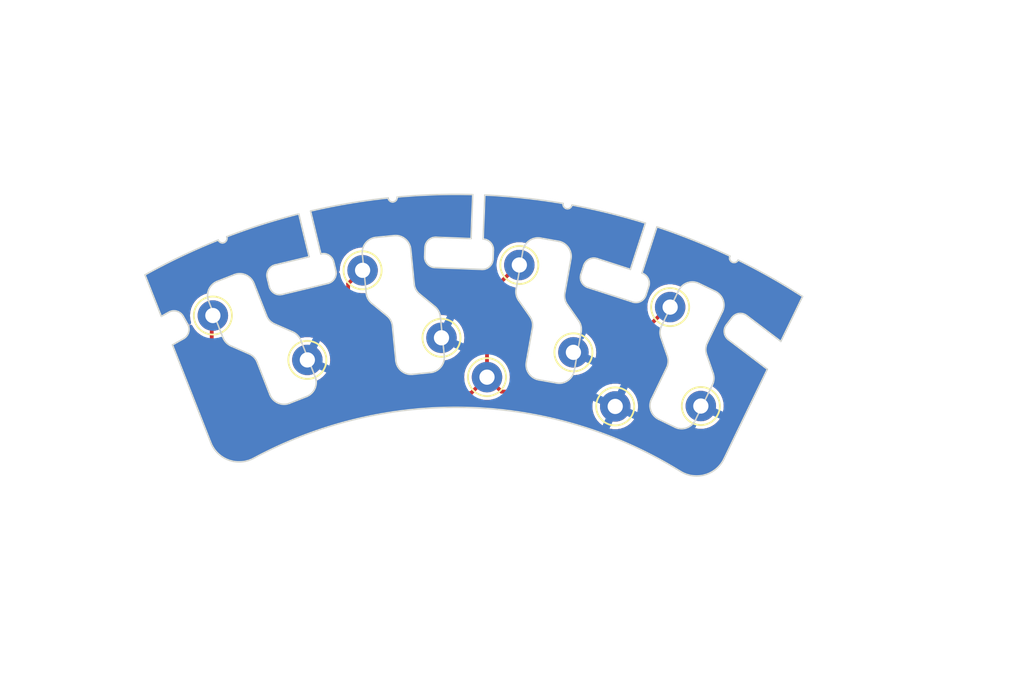
<source format=kicad_pcb>
(kicad_pcb (version 20221018) (generator pcbnew)
  (layers (0 "F.Cu" signal) (31 "B.Cu" signal) (34 "B.Paste" user) (35 "F.Paste" user) (36 "B.SilkS" user "B.Silkscreen") (37 "F.SilkS" user "F.Silkscreen") (38 "B.Mask" user) (39 "F.Mask" user) (44 "Edge.Cuts" user))
  (net 0 "")
  (net 1 "Net-(J1-Pin_1)")
  (net 2 "GND")
  (footprint "Connector_Pin:Pin_D1.0mm_L10.0mm" (layer "F.Cu") (at 98.7249 59.225 21)
    (fp_text reference "J3" hide)
    (fp_text value "Conn_01x01" hide)
    (fp_circle (center 0 0) (end 1.25 0.05) (stroke (width 0.12)) (fill none) (layer "F.SilkS"))
    (pad "1" thru_hole circle (at 0 0 21) (size 2 2) (drill 1) (layers "*.Cu" "*.Mask") (net 1 "Net-(J1-Pin_1)"))
  )
  (footprint "Connector_Pin:Pin_D1.0mm_L10.0mm" (layer "F.Cu") (at 103.9092 63.6618 21)
    (fp_text reference "J4" hide)
    (fp_text value "Conn_01x01" hide)
    (fp_circle (center 0 0) (end 1.25 0.05) (stroke (width 0.12)) (fill none) (layer "F.SilkS"))
    (pad "1" thru_hole circle (at 0 0 21) (size 2 2) (drill 1) (layers "*.Cu" "*.Mask") (net 2 "GND"))
  )
  (footprint "Connector_Pin:Pin_D1.0mm_L10.0mm" (layer "F.Cu") (at 115.325 68.175 21)
    (fp_text reference "J8" hide)
    (fp_text value "Conn_01x01" hide)
    (fp_circle (center 0 0) (end 1.25 0.05) (stroke (width 0.12)) (fill none) (layer "F.SilkS"))
    (pad "1" thru_hole circle (at 0 0 21) (size 2 2) (drill 1) (layers "*.Cu" "*.Mask") (net 2 "GND"))
  )
  (footprint "Connector_Pin:Pin_D1.0mm_L10.0mm" (layer "F.Cu") (at 88.8869 62.1981 21)
    (fp_text reference "J1" hide)
    (fp_text value "Conn_01x01" hide)
    (fp_circle (center 0 0) (end 1.25 0.05) (stroke (width 0.12)) (fill none) (layer "F.SilkS"))
    (pad "1" thru_hole circle (at 0 0 21) (size 2 2) (drill 1) (layers "*.Cu" "*.Mask") (net 1 "Net-(J1-Pin_1)"))
  )
  (footprint "Connector_Pin:Pin_D1.0mm_L10.0mm" (layer "F.Cu") (at 106.9 66.25 21)
    (fp_text reference "J5" hide)
    (fp_text value "Conn_01x01" hide)
    (fp_circle (center 0 0) (end 1.25 0.05) (stroke (width 0.12)) (fill none) (layer "F.SilkS"))
    (pad "1" thru_hole circle (at 0 0 21) (size 2 2) (drill 1) (layers "*.Cu" "*.Mask") (net 1 "Net-(J1-Pin_1)"))
  )
  (footprint "Connector_Pin:Pin_D1.0mm_L10.0mm" (layer "F.Cu") (at 118.9338 61.6434 21)
    (fp_text reference "J9" hide)
    (fp_text value "Conn_01x01" hide)
    (fp_circle (center 0 0) (end 1.25 0.05) (stroke (width 0.12)) (fill none) (layer "F.SilkS"))
    (pad "1" thru_hole circle (at 0 0 21) (size 2 2) (drill 1) (layers "*.Cu" "*.Mask") (net 1 "Net-(J1-Pin_1)"))
  )
  (footprint "Connector_Pin:Pin_D1.0mm_L10.0mm" (layer "F.Cu") (at 120.95 68.15 21)
    (fp_text reference "J10" hide)
    (fp_text value "Conn_01x01" hide)
    (fp_circle (center 0 0) (end 1.25 0.05) (stroke (width 0.12)) (fill none) (layer "F.SilkS"))
    (pad "1" thru_hole circle (at 0 0 21) (size 2 2) (drill 1) (layers "*.Cu" "*.Mask") (net 2 "GND"))
  )
  (footprint "Connector_Pin:Pin_D1.0mm_L10.0mm" (layer "F.Cu") (at 112.578 64.6188 21)
    (fp_text reference "J7" hide)
    (fp_text value "Conn_01x01" hide)
    (fp_circle (center 0 0) (end 1.25 0.05) (stroke (width 0.12)) (fill none) (layer "F.SilkS"))
    (pad "1" thru_hole circle (at 0 0 21) (size 2 2) (drill 1) (layers "*.Cu" "*.Mask") (net 2 "GND"))
  )
  (footprint "Connector_Pin:Pin_D1.0mm_L10.0mm" (layer "F.Cu") (at 95.0953 65.1171 21)
    (fp_text reference "J2" hide)
    (fp_text value "Conn_01x01" hide)
    (fp_circle (center 0 0) (end 1.25 0.05) (stroke (width 0.12)) (fill none) (layer "F.SilkS"))
    (pad "1" thru_hole circle (at 0 0 21) (size 2 2) (drill 1) (layers "*.Cu" "*.Mask") (net 2 "GND"))
  )
  (footprint "Connector_Pin:Pin_D1.0mm_L10.0mm" (layer "F.Cu") (at 109.025 58.875 21)
    (fp_text reference "J6" hide)
    (fp_text value "Conn_01x01" hide)
    (fp_circle (center 0 0) (end 1.25 0.05) (stroke (width 0.12)) (fill none) (layer "F.SilkS"))
    (pad "1" thru_hole circle (at 0 0 21) (size 2 2) (drill 1) (layers "*.Cu" "*.Mask") (net 1 "Net-(J1-Pin_1)"))
  )
  (gr_line (start 99.322711 61.400147) (end 100.32266 62.219705) (stroke (width 0.1)) (layer "Edge.Cuts"))
  (gr_line (start 85.812627 62.074562) (end 85.814606 62.073452) (stroke (width 0.1)) (layer "Edge.Cuts"))
  (gr_arc (start 120.588425 69.079195) (mid 120.016848 69.5882) (end 119.252761 69.543956) (stroke (width 0.1)) (layer "Edge.Cuts"))
  (gr_line (start 102.003184 66.065561) (end 102.699769 65.996499) (stroke (width 0.1)) (layer "Edge.Cuts"))
  (gr_arc (start 84.432351 59.525682) (mid 85.003805 59.213698) (end 85.580026 58.910609) (stroke (width 0.1)) (layer "Edge.Cuts"))
  (gr_arc (start 100.998236 54.40891) (mid 103.477219 54.254755) (end 105.960979 54.247407) (stroke (width 0.1)) (layer "Edge.Cuts"))
  (gr_line (start 91.769387 60.542267) (end 91.586948 60.076739) (stroke (width 0.1)) (layer "Edge.Cuts"))
  (gr_line (start 117.534809 60.289803) (end 117.349947 60.860615) (stroke (width 0.1)) (layer "Edge.Cuts"))
  (gr_arc (start 98.70637 58.152216) (mid 98.928072 57.419662) (end 99.602832 57.058435) (stroke (width 0.1)) (layer "Edge.Cuts"))
  (gr_arc (start 123.401848 58.555211) (mid 125.308855 59.556091) (end 127.162047 60.653412) (stroke (width 0.1)) (layer "Edge.Cuts"))
  (gr_line (start 85.5 62.25) (end 84.432351 59.525682) (stroke (width 0.1)) (layer "Edge.Cuts"))
  (gr_line (start 112.328461 58.967335) (end 112.01603 60.725579) (stroke (width 0.1)) (layer "Edge.Cuts"))
  (gr_arc (start 89.798188 57.019724) (mid 92.142426 56.198952) (end 94.531081 55.518186) (stroke (width 0.1)) (layer "Edge.Cuts"))
  (gr_line (start 90.291016 59.51056) (end 89.639277 59.765973) (stroke (width 0.1)) (layer "Edge.Cuts"))
  (gr_arc (start 91.563741 71.581911) (mid 89.926436 71.698812) (end 88.753089 70.550906) (stroke (width 0.1)) (layer "Edge.Cuts"))
  (gr_line (start 122.761319 63.791564) (end 125.102735 65.568796) (stroke (width 0.1)) (layer "Edge.Cuts"))
  (gr_line (start 93.439629 60.813031) (end 96.453584 60.087719) (stroke (width 0.1)) (layer "Edge.Cuts"))
  (gr_arc (start 109.717731 62.2686) (mid 109.874401 62.625945) (end 109.882395 63.016044) (stroke (width 0.1)) (layer "Edge.Cuts"))
  (gr_arc (start 122.989727 62.332856) (mid 123.452297 62.062552) (end 123.970518 62.198504) (stroke (width 0.1)) (layer "Edge.Cuts"))
  (gr_arc (start 112.486572 54.933859) (mid 112.138902 55.175691) (end 111.89583 54.828887) (stroke (width 0.1)) (layer "Edge.Cuts"))
  (gr_arc (start 108.977563 61.208541) (mid 108.820893 60.851196) (end 108.812899 60.461098) (stroke (width 0.1)) (layer "Edge.Cuts"))
  (gr_line (start 110.981313 66.548575) (end 110.292109 66.426106) (stroke (width 0.1)) (layer "Edge.Cuts"))
  (gr_arc (start 123.401848 58.555211) (mid 123.001616 58.693676) (end 122.861724 58.293942) (stroke (width 0.1)) (layer "Edge.Cuts"))
  (gr_arc (start 87.235665 62.766698) (mid 87.299101 63.298686) (end 86.967785 63.719714) (stroke (width 0.1)) (layer "Edge.Cuts"))
  (gr_line (start 86.53175 63.964405) (end 86.967785 63.719714) (stroke (width 0.1)) (layer "Edge.Cuts"))
  (gr_arc (start 117.084535 59.408184) (mid 117.492262 59.755738) (end 117.534809 60.289803) (stroke (width 0.1)) (layer "Edge.Cuts"))
  (gr_arc (start 91.563741 71.581911) (mid 105.705547 68.245812) (end 119.615163 72.446145) (stroke (width 0.1)) (layer "Edge.Cuts"))
  (gr_arc (start 90.08177 64.203342) (mid 89.761568 63.980381) (end 89.551063 63.651856) (stroke (width 0.1)) (layer "Edge.Cuts"))
  (gr_arc (start 93.439629 60.813031) (mid 92.910423 60.729506) (end 92.595278 60.29624) (stroke (width 0.1)) (layer "Edge.Cuts"))
  (gr_line (start 113.06886 59.474147) (end 113.253722 58.903336) (stroke (width 0.1)) (layer "Edge.Cuts"))
  (gr_line (start 120.80615 68.629089) (end 121.714408 66.751438) (stroke (width 0.1)) (layer "Edge.Cuts"))
  (gr_line (start 103.47745 61.605457) (end 102.477501 60.7859) (stroke (width 0.1)) (layer "Edge.Cuts"))
  (gr_line (start 117.084535 59.408184) (end 118.068747 56.369169) (stroke (width 0.1)) (layer "Edge.Cuts"))
  (gr_line (start 126.200801 63.891382) (end 126.206252 63.895519) (stroke (width 0.1)) (layer "Edge.Cuts"))
  (gr_arc (start 93.927199 67.96681) (mid 93.161973 67.952117) (end 92.631266 67.400631) (stroke (width 0.1)) (layer "Edge.Cuts"))
  (gr_line (start 117.925471 67.235645) (end 117.707745 67.685751) (stroke (width 0.1)) (layer "Edge.Cuts"))
  (gr_line (start 107.321519 57.895016) (end 107.298413 58.494571) (stroke (width 0.1)) (layer "Edge.Cuts"))
  (gr_line (start 125.102735 65.568796) (end 125.317865 65.732088) (stroke (width 0.1)) (layer "Edge.Cuts"))
  (gr_arc (start 100.796977 56.940044) (mid 101.529531 57.161745) (end 101.890758 57.836505) (stroke (width 0.1)) (layer "Edge.Cuts"))
  (gr_line (start 122.155628 62.394595) (end 122.373354 61.944489) (stroke (width 0.1)) (layer "Edge.Cuts"))
  (gr_line (start 112.415938 58.475047) (end 112.328461 58.967335) (stroke (width 0.1)) (layer "Edge.Cuts"))
  (gr_arc (start 102.824857 57.721721) (mid 103.048791 57.235008) (end 103.551295 57.049197) (stroke (width 0.1)) (layer "Edge.Cuts"))
  (gr_line (start 105.849588 57.13777) (end 105.960979 54.247407) (stroke (width 0.1)) (layer "Edge.Cuts"))
  (gr_line (start 93.927199 67.96681) (end 94.578938 67.711396) (stroke (width 0.1)) (layer "Edge.Cuts"))
  (gr_line (start 126.200801 63.891382) (end 123.970518 62.198504) (stroke (width 0.1)) (layer "Edge.Cuts"))
  (gr_line (start 114.135342 58.453062) (end 116.323453 59.161701) (stroke (width 0.1)) (layer "Edge.Cuts"))
  (gr_line (start 100.796977 56.940044) (end 100.100393 57.009105) (stroke (width 0.1)) (layer "Edge.Cuts"))
  (gr_line (start 109.569964 64.774287) (end 109.882395 63.016044) (stroke (width 0.1)) (layer "Edge.Cuts"))
  (gr_line (start 121.378006 64.002182) (end 122.155628 62.394595) (stroke (width 0.1)) (layer "Edge.Cuts"))
  (gr_line (start 88.60757 61.244344) (end 88.790008 61.709872) (stroke (width 0.1)) (layer "Edge.Cuts"))
  (gr_line (start 104.044461 64.355827) (end 103.838678 62.280217) (stroke (width 0.1)) (layer "Edge.Cuts"))
  (gr_line (start 88.790008 61.709872) (end 89.551063 63.651856) (stroke (width 0.1)) (layer "Edge.Cuts"))
  (gr_line (start 118.802655 69.326231) (end 119.252761 69.543956) (stroke (width 0.1)) (layer "Edge.Cuts"))
  (gr_line (start 121.278444 60.30401) (end 120.828338 60.086284) (stroke (width 0.1)) (layer "Edge.Cuts"))
  (gr_line (start 124.235003 67.970701) (end 125.317865 65.732088) (stroke (width 0.1)) (layer "Edge.Cuts"))
  (gr_line (start 89.639277 59.765973) (end 89.173749 59.948412) (stroke (width 0.1)) (layer "Edge.Cuts"))
  (gr_line (start 118.322446 63.642889) (end 118.747338 64.863971) (stroke (width 0.1)) (layer "Edge.Cuts"))
  (gr_arc (start 127.162047 60.653412) (mid 127.396683 60.801682) (end 127.630334 60.951498) (stroke (width 0.1)) (layer "Edge.Cuts"))
  (gr_arc (start 121.333761 64.766269) (mid 121.27989 64.379825) (end 121.378006 64.002182) (stroke (width 0.1)) (layer "Edge.Cuts"))
  (gr_arc (start 112.486572 54.933859) (mid 114.914436 55.457879) (end 117.307078 56.124498) (stroke (width 0.1)) (layer "Edge.Cuts"))
  (gr_arc (start 99.322711 61.400147) (mid 99.074988 61.098694) (end 98.961484 60.725387) (stroke (width 0.1)) (layer "Edge.Cuts"))
  (gr_arc (start 109.265293 57.915193) (mid 109.67738 57.270235) (end 110.424824 57.105571) (stroke (width 0.1)) (layer "Edge.Cuts"))
  (gr_arc (start 92.454895 59.712894) (mid 92.53842 59.183688) (end 92.971686 58.868544) (stroke (width 0.1)) (layer "Edge.Cuts"))
  (gr_arc (start 121.908593 60.608825) (mid 122.417598 61.180402) (end 122.373354 61.944489) (stroke (width 0.1)) (layer "Edge.Cuts"))
  (gr_line (start 100.683888 62.894465) (end 100.860073 64.671539) (stroke (width 0.1)) (layer "Edge.Cuts"))
  (gr_line (start 119.274949 61.001152) (end 118.366691 62.878803) (stroke (width 0.1)) (layer "Edge.Cuts"))
  (gr_line (start 120.588425 69.079195) (end 120.80615 68.629089) (stroke (width 0.1)) (layer "Edge.Cuts"))
  (gr_arc (start 89.798188 57.019724) (mid 89.627945 57.407505) (end 89.239558 57.238648) (stroke (width 0.1)) (layer "Edge.Cuts"))
  (gr_arc (start 118.068747 56.369169) (mid 120.494851 57.257808) (end 122.861724 58.293942) (stroke (width 0.1)) (layer "Edge.Cuts"))
  (gr_line (start 87.235665 62.766698) (end 86.942036 62.243456) (stroke (width 0.1)) (layer "Edge.Cuts"))
  (gr_line (start 92.448828 66.935103) (end 92.631266 67.400631) (stroke (width 0.1)) (layer "Edge.Cuts"))
  (gr_line (start 90.08177 64.203342) (end 91.266529 64.72095) (stroke (width 0.1)) (layer "Edge.Cuts"))
  (gr_line (start 102.116274 60.11114) (end 101.940088 58.334066) (stroke (width 0.1)) (layer "Edge.Cuts"))
  (gr_arc (start 118.747338 64.863971) (mid 118.801209 65.250415) (end 118.703093 65.628058) (stroke (width 0.1)) (layer "Edge.Cuts"))
  (gr_line (start 109.177816 58.407481) (end 109.265293 57.915193) (stroke (width 0.1)) (layer "Edge.Cuts"))
  (gr_line (start 118.703093 65.628058) (end 117.925471 67.235645) (stroke (width 0.1)) (layer "Edge.Cuts"))
  (gr_line (start 98.70637 58.152216) (end 98.7557 58.649777) (stroke (width 0.1)) (layer "Edge.Cuts"))
  (gr_arc (start 111.606316 57.315516) (mid 112.251274 57.727603) (end 112.415938 58.475047) (stroke (width 0.1)) (layer "Edge.Cuts"))
  (gr_arc (start 118.322446 63.642889) (mid 118.268575 63.256446) (end 118.366691 62.878803) (stroke (width 0.1)) (layer "Edge.Cuts"))
  (gr_arc (start 122.761319 63.791564) (mid 122.491015 63.328994) (end 122.626968 62.810774) (stroke (width 0.1)) (layer "Edge.Cuts"))
  (gr_line (start 109.717731 62.2686) (end 108.977563 61.208541) (stroke (width 0.1)) (layer "Edge.Cuts"))
  (gr_arc (start 117.349947 60.860615) (mid 117.002392 61.268341) (end 116.468327 61.310889) (stroke (width 0.1)) (layer "Edge.Cuts"))
  (gr_arc (start 107.298413 58.494571) (mid 107.074478 58.981283) (end 106.571975 59.167095) (stroke (width 0.1)) (layer "Edge.Cuts"))
  (gr_line (start 100.860073 64.671539) (end 100.909403 65.169099) (stroke (width 0.1)) (layer "Edge.Cuts"))
  (gr_line (start 119.492674 60.551046) (end 119.274949 61.001152) (stroke (width 0.1)) (layer "Edge.Cuts"))
  (gr_line (start 102.801751 58.321276) (end 102.824857 57.721721) (stroke (width 0.1)) (layer "Edge.Cuts"))
  (gr_line (start 94.578938 67.711396) (end 95.044466 67.528958) (stroke (width 0.1)) (layer "Edge.Cuts"))
  (gr_line (start 112.180695 61.473022) (end 112.920862 62.533081) (stroke (width 0.1)) (layer "Edge.Cuts"))
  (gr_arc (start 100.32266 62.219705) (mid 100.570383 62.521159) (end 100.683888 62.894465) (stroke (width 0.1)) (layer "Edge.Cuts"))
  (gr_arc (start 94.136445 63.274028) (mid 94.456647 63.496989) (end 94.667151 63.825514) (stroke (width 0.1)) (layer "Edge.Cuts"))
  (gr_arc (start 104.093791 64.853388) (mid 103.872089 65.585942) (end 103.197329 65.947169) (stroke (width 0.1)) (layer "Edge.Cuts"))
  (gr_arc (start 95.985641 58.143232) (mid 96.514847 58.226757) (end 96.829991 58.660023) (stroke (width 0.1)) (layer "Edge.Cuts"))
  (gr_line (start 104.093791 64.853388) (end 104.044461 64.355827) (stroke (width 0.1)) (layer "Edge.Cuts"))
  (gr_line (start 108.812899 60.461098) (end 109.177816 58.407481) (stroke (width 0.1)) (layer "Edge.Cuts"))
  (gr_line (start 106.648995 57.168578) (end 106.760459 54.276311) (stroke (width 0.1)) (layer "Edge.Cuts"))
  (gr_arc (start 112.920862 62.533081) (mid 113.077532 62.890426) (end 113.085527 63.280525) (stroke (width 0.1)) (layer "Edge.Cuts"))
  (gr_line (start 102.699769 65.996499) (end 103.197329 65.947169) (stroke (width 0.1)) (layer "Edge.Cuts"))
  (gr_line (start 126.206252 63.895519) (end 127.630334 60.951498) (stroke (width 0.1)) (layer "Edge.Cuts"))
  (gr_line (start 112.720609 65.334141) (end 112.633132 65.826429) (stroke (width 0.1)) (layer "Edge.Cuts"))
  (gr_arc (start 113.253722 58.903336) (mid 113.601277 58.495609) (end 114.135342 58.453062) (stroke (width 0.1)) (layer "Edge.Cuts"))
  (gr_line (start 95.207846 58.330409) (end 92.971686 58.868544) (stroke (width 0.1)) (layer "Edge.Cuts"))
  (gr_line (start 118.172506 69.021415) (end 118.802655 69.326231) (stroke (width 0.1)) (layer "Edge.Cuts"))
  (gr_arc (start 112.180695 61.473022) (mid 112.024025 61.115677) (end 112.01603 60.725579) (stroke (width 0.1)) (layer "Edge.Cuts"))
  (gr_line (start 95.610645 66.233025) (end 95.428206 65.767497) (stroke (width 0.1)) (layer "Edge.Cuts"))
  (gr_line (start 94.136445 63.274028) (end 92.951685 62.756419) (stroke (width 0.1)) (layer "Edge.Cuts"))
  (gr_arc (start 90.291016 59.51056) (mid 91.056241 59.525254) (end 91.586948 60.076739) (stroke (width 0.1)) (layer "Edge.Cuts"))
  (gr_line (start 121.908593 60.608825) (end 121.278444 60.30401) (stroke (width 0.1)) (layer "Edge.Cuts"))
  (gr_line (start 121.758653 65.987351) (end 121.333761 64.766269) (stroke (width 0.1)) (layer "Edge.Cuts"))
  (gr_arc (start 88.60757 61.244344) (mid 88.622264 60.479119) (end 89.173749 59.948412) (stroke (width 0.1)) (layer "Edge.Cuts"))
  (gr_line (start 110.917113 57.193048) (end 111.606316 57.315516) (stroke (width 0.1)) (layer "Edge.Cuts"))
  (gr_arc (start 91.266529 64.72095) (mid 91.586731 64.943911) (end 91.797236 65.272436) (stroke (width 0.1)) (layer "Edge.Cuts"))
  (gr_line (start 111.473601 66.636052) (end 110.981313 66.548575) (stroke (width 0.1)) (layer "Edge.Cuts"))
  (gr_arc (start 95.308431 55.329157) (mid 97.84155 54.820271) (end 100.401167 54.468105) (stroke (width 0.1)) (layer "Edge.Cuts"))
  (gr_line (start 87.365167 67.009345) (end 88.016759 68.672012) (stroke (width 0.1)) (layer "Edge.Cuts"))
  (gr_arc (start 121.758653 65.987351) (mid 121.812524 66.373795) (end 121.714408 66.751438) (stroke (width 0.1)) (layer "Edge.Cuts"))
  (gr_arc (start 106.648995 57.168578) (mid 107.135707 57.392513) (end 107.321519 57.895016) (stroke (width 0.1)) (layer "Edge.Cuts"))
  (gr_line (start 110.424824 57.105571) (end 110.917113 57.193048) (stroke (width 0.1)) (layer "Edge.Cuts"))
  (gr_arc (start 112.633132 65.826429) (mid 112.221045 66.471387) (end 111.473601 66.636052) (stroke (width 0.1)) (layer "Edge.Cuts"))
  (gr_arc (start 119.492674 60.551046) (mid 120.064251 60.04204) (end 120.828338 60.086284) (stroke (width 0.1)) (layer "Edge.Cuts"))
  (gr_line (start 101.940088 58.334066) (end 101.890758 57.836505) (stroke (width 0.1)) (layer "Edge.Cuts"))
  (gr_line (start 95.207846 58.330409) (end 94.531081 55.518186) (stroke (width 0.1)) (layer "Edge.Cuts"))
  (gr_line (start 109.482487 65.266576) (end 109.569964 64.774287) (stroke (width 0.1)) (layer "Edge.Cuts"))
  (gr_line (start 92.420979 62.204933) (end 91.769387 60.542267) (stroke (width 0.1)) (layer "Edge.Cuts"))
  (gr_line (start 95.428206 65.767497) (end 94.667151 63.825514) (stroke (width 0.1)) (layer "Edge.Cuts"))
  (gr_line (start 123.326745 69.848352) (end 122.470721 71.618019) (stroke (width 0.1)) (layer "Edge.Cuts"))
  (gr_arc (start 103.474275 59.047714) (mid 102.987563 58.823779) (end 102.801751 58.321276) (stroke (width 0.1)) (layer "Edge.Cuts"))
  (gr_line (start 106.571975 59.167095) (end 103.474275 59.047714) (stroke (width 0.1)) (layer "Edge.Cuts"))
  (gr_arc (start 85.98902 61.975575) (mid 86.521008 61.912139) (end 86.942036 62.243456) (stroke (width 0.1)) (layer "Edge.Cuts"))
  (gr_arc (start 110.292109 66.426106) (mid 109.647152 66.014019) (end 109.482487 65.266576) (stroke (width 0.1)) (layer "Edge.Cuts"))
  (gr_arc (start 96.970374 59.243369) (mid 96.886849 59.772574) (end 96.453584 60.087719) (stroke (width 0.1)) (layer "Edge.Cuts"))
  (gr_line (start 86.53175 63.964405) (end 86.236746 64.129954) (stroke (width 0.1)) (layer "Edge.Cuts"))
  (gr_arc (start 106.760459 54.276311) (mid 109.336647 54.473583) (end 111.89583 54.828887) (stroke (width 0.1)) (layer "Edge.Cuts"))
  (gr_line (start 116.468327 61.310889) (end 113.519134 60.355767) (stroke (width 0.1)) (layer "Edge.Cuts"))
  (gr_line (start 85.812627 62.074562) (end 85.5 62.25) (stroke (width 0.1)) (layer "Edge.Cuts"))
  (gr_arc (start 95.610645 66.233025) (mid 95.595952 66.998251) (end 95.044466 67.528958) (stroke (width 0.1)) (layer "Edge.Cuts"))
  (gr_line (start 96.829991 58.660023) (end 96.970374 59.243369) (stroke (width 0.1)) (layer "Edge.Cuts"))
  (gr_arc (start 85.580026 58.910609) (mid 87.38976 58.030783) (end 89.239558 57.238648) (stroke (width 0.1)) (layer "Edge.Cuts"))
  (gr_line (start 91.797236 65.272436) (end 92.448828 66.935103) (stroke (width 0.1)) (layer "Edge.Cuts"))
  (gr_line (start 123.326745 69.848352) (end 124.235003 67.970701) (stroke (width 0.1)) (layer "Edge.Cuts"))
  (gr_line (start 87.365167 67.009345) (end 86.236746 64.129954) (stroke (width 0.1)) (layer "Edge.Cuts"))
  (gr_line (start 98.7557 58.649777) (end 98.961484 60.725387) (stroke (width 0.1)) (layer "Edge.Cuts"))
  (gr_line (start 122.989727 62.332856) (end 122.626968 62.810774) (stroke (width 0.1)) (layer "Edge.Cuts"))
  (gr_arc (start 113.519134 60.355767) (mid 113.111407 60.008212) (end 113.06886 59.474147) (stroke (width 0.1)) (layer "Edge.Cuts"))
  (gr_arc (start 92.951685 62.756419) (mid 92.631483 62.533458) (end 92.420979 62.204933) (stroke (width 0.1)) (layer "Edge.Cuts"))
  (gr_line (start 88.016759 68.672012) (end 88.753089 70.550906) (stroke (width 0.1)) (layer "Edge.Cuts"))
  (gr_arc (start 102.477501 60.7859) (mid 102.229778 60.484446) (end 102.116274 60.11114) (stroke (width 0.1)) (layer "Edge.Cuts"))
  (gr_arc (start 102.003184 66.065561) (mid 101.27063 65.84386) (end 100.909403 65.169099) (stroke (width 0.1)) (layer "Edge.Cuts"))
  (gr_arc (start 122.470721 71.618019) (mid 121.227354 72.667972) (end 119.615163 72.446145) (stroke (width 0.1)) (layer "Edge.Cuts"))
  (gr_arc (start 100.998236 54.40891) (mid 100.729194 54.735978) (end 100.401167 54.468105) (stroke (width 0.1)) (layer "Edge.Cuts"))
  (gr_line (start 103.551295 57.049197) (end 105.849588 57.13777) (stroke (width 0.1)) (layer "Edge.Cuts"))
  (gr_line (start 113.085527 63.280525) (end 112.720609 65.334141) (stroke (width 0.1)) (layer "Edge.Cuts"))
  (gr_line (start 100.100393 57.009105) (end 99.602832 57.058435) (stroke (width 0.1)) (layer "Edge.Cuts"))
  (gr_line (start 85.814606 62.073452) (end 85.98902 61.975575) (stroke (width 0.1)) (layer "Edge.Cuts"))
  (gr_line (start 95.985641 58.143232) (end 95.308431 55.329157) (stroke (width 0.1)) (layer "Edge.Cuts"))
  (gr_line (start 92.454895 59.712894) (end 92.595278 60.29624) (stroke (width 0.1)) (layer "Edge.Cuts"))
  (gr_line (start 116.323453 59.161701) (end 117.307078 56.124498) (stroke (width 0.1)) (layer "Edge.Cuts"))
  (gr_arc (start 103.47745 61.605457) (mid 103.725173 61.906911) (end 103.838678 62.280217) (stroke (width 0.1)) (layer "Edge.Cuts"))
  (gr_arc (start 118.172506 69.021415) (mid 117.663501 68.449838) (end 117.707745 67.685751) (stroke (width 0.1)) (layer "Edge.Cuts"))
  (segment (start 97.65 67.3) (end 96.075 68.875) (width 0.25) (layer "F.Cu") (net 1))
  (segment (start 96.075 68.875) (end 90.2 68.875) (width 0.25) (layer "F.Cu") (net 1))
  (segment (start 113.233699 67.2) (end 118.837083 61.596616) (width 0.25) (layer "F.Cu") (net 1))
  (segment (start 107.85 67.2) (end 113.233699 67.2) (width 0.25) (layer "F.Cu") (net 1))
  (segment (start 106.9 66.25) (end 106.9 60.90839) (width 0.25) (layer "F.Cu") (net 1))
  (segment (start 99.65 63.825) (end 97.775 61.95) (width 0.25) (layer "F.Cu") (net 1))
  (segment (start 90.2 68.875) (end 88.812976 67.487976) (width 0.25) (layer "F.Cu") (net 1))
  (segment (start 99.65 67.3) (end 99.65 63.825) (width 0.25) (layer "F.Cu") (net 1))
  (segment (start 106.9 60.90839) (end 108.947212 58.861178) (width 0.25) (layer "F.Cu") (net 1))
  (segment (start 105.85 67.3) (end 99.65 67.3) (width 0.25) (layer "F.Cu") (net 1))
  (segment (start 97.775 60.110925) (end 98.653884 59.232041) (width 0.25) (layer "F.Cu") (net 1))
  (segment (start 106.9 66.25) (end 105.85 67.3) (width 0.25) (layer "F.Cu") (net 1))
  (segment (start 106.9 66.25) (end 107.85 67.2) (width 0.25) (layer "F.Cu") (net 1))
  (segment (start 88.812976 67.487976) (end 88.812976 62.22707) (width 0.25) (layer "F.Cu") (net 1))
  (segment (start 97.775 61.95) (end 97.775 60.110925) (width 0.25) (layer "F.Cu") (net 1))
  (segment (start 99.65 67.3) (end 97.65 67.3) (width 0.25) (layer "F.Cu") (net 1))
  (zone (net 0) (net_name "") (layer "F.Cu") (priority 1) (connect_pads (clearance 0.5)) (min_thickness 0.25) (fill yes (thermal_gap 0.5) (thermal_bridge_width 0.5) (island_removal_mode 1) (island_area_min 10))
    (polygon (pts (xy 78.95 46.55) (xy 133.35 46.2) (xy 133.95 83.6) (xy 79.1 81.4) (xy 78.75 46.4)))
  )
  (zone (net 2) (net_name "GND") (layer "B.Cu") (connect_pads (clearance 0.5)) (min_thickness 0.25) (fill yes (thermal_gap 0.5) (thermal_bridge_width 0.5))
    (polygon (pts (xy 75.55 41.6) (xy 74.9 85.05) (xy 142.2 85.9) (xy 135.8 42.3) (xy 75.6 41.45)))
  )
)
</source>
